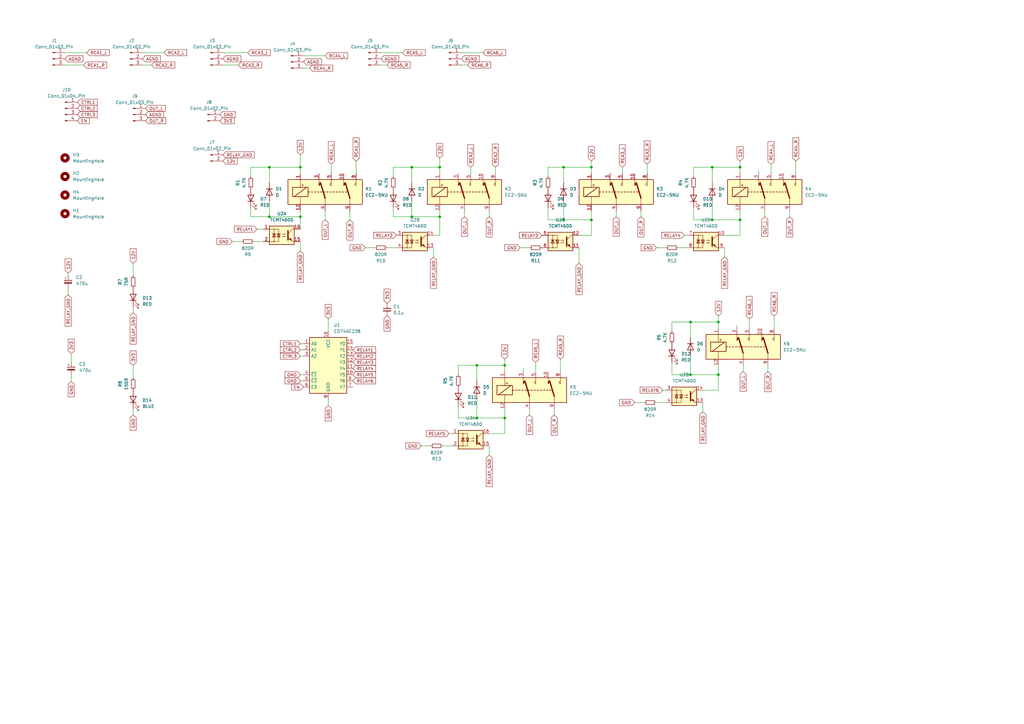
<source format=kicad_sch>
(kicad_sch (version 20231120) (generator "eeschema") (generator_version "8.0")
  (paper "A3")
  (lib_symbols
    (symbol "74xx:CD74AC238"
      (property "Reference" "U" (at -7.62 13.97 0))
      (property "Value" "CD74AC238" (at 2.54 -11.43 0))
      (symbol "CD74AC238_1_1"
        (pin input line (at -10.16 10.16 0) (length 2.54) (name "A0") (number "1"))
        (pin output line (at 10.16 -2.54 180) (length 2.54) (name "Y5") (number "10"))
        (pin output line (at 10.16 0 180) (length 2.54) (name "Y4") (number "11"))
        (pin output line (at 10.16 2.54 180) (length 2.54) (name "Y3") (number "12"))
        (pin output line (at 10.16 5.08 180) (length 2.54) (name "Y2") (number "13"))
        (pin output line (at 10.16 7.62 180) (length 2.54) (name "Y1") (number "14"))
        (pin output line (at 10.16 10.16 180) (length 2.54) (name "Y0") (number "15"))
        (pin power_in line (at 0 15.24 270) (length 2.54) (name "VCC") (number "16"))
        (pin input line (at -10.16 7.62 0) (length 2.54) (name "A1") (number "2"))
        (pin input line (at -10.16 5.08 0) (length 2.54) (name "A2") (number "3"))
        (pin input line (at -10.16 -2.54 0) (length 2.54) (name "~{E1}") (number "4"))
        (pin input line (at -10.16 -5.08 0) (length 2.54) (name "~{E2}") (number "5"))
        (pin input line (at -10.16 -7.62 0) (length 2.54) (name "E3") (number "6"))
        (pin output line (at 10.16 -7.62 180) (length 2.54) (name "Y7") (number "7"))
        (pin power_in line (at 0 -12.7 90) (length 2.54) (name "GND") (number "8"))
        (pin output line (at 10.16 -5.08 180) (length 2.54) (name "Y6") (number "9"))
      )
    )
    (symbol "Connector:Conn_01x02_Pin" (pin_names (offset 1.016) hide)
      (property "Reference" "J" (at 0 2.54 0))
      (property "Value" "Conn_01x02_Pin" (at 0 -5.08 0))
      (symbol "Conn_01x02_Pin_1_1"
        (pin passive line (at 5.08 0 180) (length 3.81) (name "Pin_1") (number "1"))
        (pin passive line (at 5.08 -2.54 180) (length 3.81) (name "Pin_2") (number "2"))
      )
    )
    (symbol "Connector:Conn_01x03_Pin" (pin_names (offset 1.016) hide)
      (property "Reference" "J" (at 0 5.08 0))
      (property "Value" "Conn_01x03_Pin" (at 0 -5.08 0))
      (symbol "Conn_01x03_Pin_1_1"
        (pin passive line (at 5.08 2.54 180) (length 3.81) (name "Pin_1") (number "1"))
        (pin passive line (at 5.08 0 180) (length 3.81) (name "Pin_2") (number "2"))
        (pin passive line (at 5.08 -2.54 180) (length 3.81) (name "Pin_3") (number "3"))
      )
    )
    (symbol "Connector:Conn_01x04_Pin" (pin_names (offset 1.016) hide)
      (property "Reference" "J" (at 0 5.08 0))
      (property "Value" "Conn_01x04_Pin" (at 0 -7.62 0))
      (symbol "Conn_01x04_Pin_1_1"
        (pin passive line (at 5.08 2.54 180) (length 3.81) (name "Pin_1") (number "1"))
        (pin passive line (at 5.08 0 180) (length 3.81) (name "Pin_2") (number "2"))
        (pin passive line (at 5.08 -2.54 180) (length 3.81) (name "Pin_3") (number "3"))
        (pin passive line (at 5.08 -5.08 180) (length 3.81) (name "Pin_4") (number "4"))
      )
    )
    (symbol "Device:C_Polarized_Small" (pin_numbers hide) (pin_names (offset 0.254) hide)
      (property "Reference" "C" (at 0.254 1.778 0))
      (property "Value" "C_Polarized_Small" (at 0.254 -2.032 0))
      (symbol "C_Polarized_Small_1_1"
        (pin passive line (at 0 2.54 270) (length 1.8542) (name "~") (number "1"))
        (pin passive line (at 0 -2.54 90) (length 1.8542) (name "~") (number "2"))
      )
    )
    (symbol "Device:C_Small" (pin_numbers hide) (pin_names (offset 0.254) hide)
      (property "Reference" "C" (at 0.254 1.778 0))
      (property "Value" "C_Small" (at 0.254 -2.032 0))
      (symbol "C_Small_1_1"
        (pin passive line (at 0 2.54 270) (length 2.032) (name "~") (number "1"))
        (pin passive line (at 0 -2.54 90) (length 2.032) (name "~") (number "2"))
      )
    )
    (symbol "Device:D" (pin_numbers hide) (pin_names (offset 1.016) hide)
      (property "Reference" "D" (at 0 2.54 0))
      (property "Value" "D" (at 0 -2.54 0))
      (symbol "D_1_1"
        (pin passive line (at -3.81 0 0) (length 2.54) (name "K") (number "1"))
        (pin passive line (at 3.81 0 180) (length 2.54) (name "A") (number "2"))
      )
    )
    (symbol "Device:LED" (pin_numbers hide) (pin_names (offset 1.016) hide)
      (property "Reference" "D" (at 0 2.54 0))
      (property "Value" "LED" (at 0 -2.54 0))
      (symbol "LED_1_1"
        (pin passive line (at -3.81 0 0) (length 2.54) (name "K") (number "1"))
        (pin passive line (at 3.81 0 180) (length 2.54) (name "A") (number "2"))
      )
    )
    (symbol "Device:R_Small" (pin_numbers hide) (pin_names (offset 0.254) hide)
      (property "Reference" "R" (at 0.762 0.508 0))
      (property "Value" "R_Small" (at 0.762 -1.016 0))
      (symbol "R_Small_1_1"
        (pin passive line (at 0 2.54 270) (length 0.762) (name "~") (number "1"))
        (pin passive line (at 0 -2.54 90) (length 0.762) (name "~") (number "2"))
      )
    )
    (symbol "Isolator:TCMT4600" (pin_names (offset 1.016))
      (property "Reference" "U" (at -5.08 5.08 0))
      (property "Value" "TCMT4600" (at 0 5.08 0))
      (symbol "TCMT4600_1_1"
        (pin passive line (at -7.62 2.54 0) (length 2.54) (name "~") (number "1"))
        (pin passive line (at 7.62 -2.54 180) (length 2.54) (name "~") (number "15"))
        (pin passive line (at 7.62 2.54 180) (length 2.54) (name "~") (number "16"))
        (pin passive line (at -7.62 -2.54 0) (length 2.54) (name "~") (number "2"))
      )
      (symbol "TCMT4600_2_1"
        (pin passive line (at 7.62 -2.54 180) (length 2.54) (name "~") (number "13"))
        (pin passive line (at 7.62 2.54 180) (length 2.54) (name "~") (number "14"))
        (pin passive line (at -7.62 2.54 0) (length 2.54) (name "~") (number "3"))
        (pin passive line (at -7.62 -2.54 0) (length 2.54) (name "~") (number "4"))
      )
      (symbol "TCMT4600_3_1"
        (pin passive line (at 7.62 -2.54 180) (length 2.54) (name "~") (number "11"))
        (pin passive line (at 7.62 2.54 180) (length 2.54) (name "~") (number "12"))
        (pin passive line (at -7.62 2.54 0) (length 2.54) (name "~") (number "5"))
        (pin passive line (at -7.62 -2.54 0) (length 2.54) (name "~") (number "6"))
      )
      (symbol "TCMT4600_4_1"
        (pin passive line (at 7.62 2.54 180) (length 2.54) (name "~") (number "10"))
        (pin passive line (at -7.62 2.54 0) (length 2.54) (name "~") (number "7"))
        (pin passive line (at -7.62 -2.54 0) (length 2.54) (name "~") (number "8"))
        (pin passive line (at 7.62 -2.54 180) (length 2.54) (name "~") (number "9"))
      )
    )
    (symbol "Mechanical:MountingHole" (pin_names (offset 1.016))
      (property "Reference" "H" (at 0 5.08 0))
      (property "Value" "MountingHole" (at 0 3.175 0))
    )
    (symbol "Relay:EC2-5NU"
      (property "Reference" "K" (at 15.24 8.89 0))
      (property "Value" "EC2-5NU" (at 19.05 6.35 0))
      (symbol "EC2-5NU_1_1"
        (text "+" (at -9.271 2.921 0) (effects (font (size 1.27 1.27))))
        (pin passive line (at -10.16 7.62 270) (length 2.54) (name "~") (number "1"))
        (pin passive line (at 7.62 7.62 270) (length 2.54) (name "~") (number "10"))
        (pin passive line (at -10.16 -7.62 90) (length 2.54) (name "~") (number "12"))
        (pin passive line (at -2.54 7.62 270) (length 2.54) (name "~") (number "3"))
        (pin passive line (at 0 -7.62 90) (length 2.54) (name "~") (number "4"))
        (pin passive line (at 2.54 7.62 270) (length 2.54) (name "~") (number "5"))
        (pin passive line (at 12.7 7.62 270) (length 2.54) (name "~") (number "8"))
        (pin passive line (at 10.16 -7.62 90) (length 2.54) (name "~") (number "9"))
      )
    )
  )
  (junction (at 123.19 68.58))
  (junction (at 195.58 171.45))
  (junction (at 283.21 132.08))
  (junction (at 180.34 68.58))
  (junction (at 303.53 90.17))
  (junction (at 168.91 88.9))
  (junction (at 231.14 68.58))
  (junction (at 168.91 68.58))
  (junction (at 242.57 90.17))
  (junction (at 303.53 68.58))
  (junction (at 292.1 90.17))
  (junction (at 292.1 68.58))
  (junction (at 180.34 88.9))
  (junction (at 294.64 153.67))
  (junction (at 283.21 153.67))
  (junction (at 242.57 68.58))
  (junction (at 195.58 149.86))
  (junction (at 123.19 88.9))
  (junction (at 294.64 132.08))
  (junction (at 207.01 171.45))
  (junction (at 110.49 88.9))
  (junction (at 231.14 90.17))
  (junction (at 207.01 149.86))
  (junction (at 110.49 68.58))
  (wire (pts (xy 124.46 27.94) (xy 127 27.94)))
  (wire (pts (xy 207.01 167.64) (xy 207.01 171.45)))
  (wire (pts (xy 102.87 85.09) (xy 102.87 88.9)))
  (wire (pts (xy 168.91 82.55) (xy 168.91 88.9)))
  (wire (pts (xy 123.19 146.05) (xy 124.46 146.05)))
  (wire (pts (xy 237.49 107.95) (xy 237.49 101.6)))
  (wire (pts (xy 314.96 152.4) (xy 314.96 149.86)))
  (wire (pts (xy 200.66 186.69) (xy 200.66 182.88)))
  (wire (pts (xy 217.17 170.18) (xy 217.17 167.64)))
  (wire (pts (xy 180.34 88.9) (xy 180.34 96.52)))
  (wire (pts (xy 156.21 26.67) (xy 158.75 26.67)))
  (wire (pts (xy 123.19 86.36) (xy 123.19 88.9)))
  (wire (pts (xy 110.49 82.55) (xy 110.49 88.9)))
  (wire (pts (xy 311.15 69.85) (xy 311.15 71.12)))
  (wire (pts (xy 294.64 129.54) (xy 294.64 132.08)))
  (wire (pts (xy 316.23 67.31) (xy 316.23 71.12)))
  (wire (pts (xy 195.58 171.45) (xy 207.01 171.45)))
  (wire (pts (xy 207.01 147.32) (xy 207.01 149.86)))
  (wire (pts (xy 195.58 171.45) (xy 187.96 171.45)))
  (wire (pts (xy 278.13 101.6) (xy 281.94 101.6)))
  (wire (pts (xy 303.53 68.58) (xy 303.53 71.12)))
  (wire (pts (xy 172.72 182.88) (xy 176.53 182.88)))
  (wire (pts (xy 269.24 165.1) (xy 273.05 165.1)))
  (wire (pts (xy 294.64 153.67) (xy 294.64 160.02)))
  (wire (pts (xy 229.87 147.32) (xy 229.87 152.4)))
  (wire (pts (xy 27.94 112.014) (xy 27.94 113.03)))
  (wire (pts (xy 181.61 182.88) (xy 185.42 182.88)))
  (wire (pts (xy 292.1 90.17) (xy 284.48 90.17)))
  (wire (pts (xy 214.63 151.13) (xy 214.63 152.4)))
  (wire (pts (xy 227.33 170.18) (xy 227.33 167.64)))
  (wire (pts (xy 161.29 85.09) (xy 161.29 88.9)))
  (wire (pts (xy 283.21 132.08) (xy 283.21 138.43)))
  (wire (pts (xy 149.86 101.6) (xy 153.67 101.6)))
  (wire (pts (xy 271.78 160.02) (xy 273.05 160.02)))
  (wire (pts (xy 224.79 90.17) (xy 231.14 90.17)))
  (wire (pts (xy 29.21 156.464) (xy 29.21 153.67)))
  (wire (pts (xy 54.61 170.18) (xy 54.61 167.64)))
  (wire (pts (xy 260.35 165.1) (xy 264.16 165.1)))
  (wire (pts (xy 91.44 26.67) (xy 97.79 26.67)))
  (wire (pts (xy 143.51 90.17) (xy 143.51 86.36)))
  (wire (pts (xy 195.58 149.86) (xy 187.96 149.86)))
  (wire (pts (xy 224.79 68.58) (xy 224.79 72.39)))
  (wire (pts (xy 110.49 88.9) (xy 123.19 88.9)))
  (wire (pts (xy 134.62 130.81) (xy 134.62 135.89)))
  (wire (pts (xy 123.19 102.87) (xy 123.19 99.06)))
  (wire (pts (xy 180.34 96.52) (xy 177.8 96.52)))
  (wire (pts (xy 146.05 66.04) (xy 146.05 71.12)))
  (wire (pts (xy 189.23 26.67) (xy 191.77 26.67)))
  (wire (pts (xy 58.42 21.59) (xy 67.31 21.59)))
  (wire (pts (xy 95.25 99.06) (xy 99.06 99.06)))
  (wire (pts (xy 292.1 68.58) (xy 284.48 68.58)))
  (wire (pts (xy 102.87 68.58) (xy 102.87 72.39)))
  (wire (pts (xy 123.19 63.5) (xy 123.19 68.58)))
  (wire (pts (xy 207.01 149.86) (xy 195.58 149.86)))
  (wire (pts (xy 242.57 68.58) (xy 231.14 68.58)))
  (wire (pts (xy 304.8 152.4) (xy 304.8 149.86)))
  (wire (pts (xy 303.53 96.52) (xy 297.18 96.52)))
  (wire (pts (xy 91.44 21.59) (xy 101.6 21.59)))
  (wire (pts (xy 193.04 68.58) (xy 193.04 71.12)))
  (wire (pts (xy 242.57 68.58) (xy 242.57 71.12)))
  (wire (pts (xy 123.19 88.9) (xy 123.19 93.98)))
  (wire (pts (xy 29.21 145.034) (xy 29.21 148.59)))
  (wire (pts (xy 123.19 153.67) (xy 124.46 153.67)))
  (wire (pts (xy 168.91 68.58) (xy 168.91 74.93)))
  (wire (pts (xy 135.89 67.31) (xy 135.89 71.12)))
  (wire (pts (xy 180.34 64.77) (xy 180.34 68.58)))
  (wire (pts (xy 161.29 68.58) (xy 161.29 72.39)))
  (wire (pts (xy 269.24 101.6) (xy 273.05 101.6)))
  (wire (pts (xy 283.21 153.67) (xy 294.64 153.67)))
  (wire (pts (xy 262.89 88.9) (xy 262.89 86.36)))
  (wire (pts (xy 242.57 96.52) (xy 237.49 96.52)))
  (wire (pts (xy 54.61 149.86) (xy 54.61 154.94)))
  (wire (pts (xy 292.1 82.55) (xy 292.1 90.17)))
  (wire (pts (xy 313.69 88.9) (xy 313.69 86.36)))
  (wire (pts (xy 323.85 88.9) (xy 323.85 86.36)))
  (wire (pts (xy 231.14 82.55) (xy 231.14 90.17)))
  (wire (pts (xy 200.66 88.9) (xy 200.66 86.36)))
  (wire (pts (xy 180.34 68.58) (xy 168.91 68.58)))
  (wire (pts (xy 303.53 68.58) (xy 292.1 68.58)))
  (wire (pts (xy 224.79 85.09) (xy 224.79 90.17)))
  (wire (pts (xy 110.49 68.58) (xy 123.19 68.58)))
  (wire (pts (xy 292.1 68.58) (xy 292.1 74.93)))
  (wire (pts (xy 195.58 149.86) (xy 195.58 156.21)))
  (wire (pts (xy 26.67 21.59) (xy 35.56 21.59)))
  (wire (pts (xy 207.01 171.45) (xy 207.01 177.8)))
  (wire (pts (xy 294.64 132.08) (xy 283.21 132.08)))
  (wire (pts (xy 283.21 146.05) (xy 283.21 153.67)))
  (wire (pts (xy 184.15 177.8) (xy 185.42 177.8)))
  (wire (pts (xy 326.39 66.04) (xy 326.39 71.12)))
  (wire (pts (xy 231.14 68.58) (xy 231.14 74.93)))
  (wire (pts (xy 168.91 88.9) (xy 180.34 88.9)))
  (wire (pts (xy 203.2 68.58) (xy 203.2 71.12)))
  (wire (pts (xy 158.75 101.6) (xy 162.56 101.6)))
  (wire (pts (xy 207.01 149.86) (xy 207.01 152.4)))
  (wire (pts (xy 124.46 22.86) (xy 133.35 22.86)))
  (wire (pts (xy 284.48 85.09) (xy 284.48 90.17)))
  (wire (pts (xy 307.34 130.81) (xy 307.34 134.62)))
  (wire (pts (xy 213.36 101.6) (xy 217.17 101.6)))
  (wire (pts (xy 189.23 21.59) (xy 198.12 21.59)))
  (wire (pts (xy 123.19 140.97) (xy 124.46 140.97)))
  (wire (pts (xy 110.49 68.58) (xy 102.87 68.58)))
  (wire (pts (xy 242.57 90.17) (xy 242.57 96.52)))
  (wire (pts (xy 180.34 86.36) (xy 180.34 88.9)))
  (wire (pts (xy 207.01 177.8) (xy 200.66 177.8)))
  (wire (pts (xy 123.19 143.51) (xy 124.46 143.51)))
  (wire (pts (xy 297.18 105.41) (xy 297.18 101.6)))
  (wire (pts (xy 177.8 105.41) (xy 177.8 101.6)))
  (wire (pts (xy 156.21 21.59) (xy 165.1 21.59)))
  (wire (pts (xy 255.27 68.58) (xy 255.27 71.12)))
  (wire (pts (xy 252.73 88.9) (xy 252.73 86.36)))
  (wire (pts (xy 187.96 166.37) (xy 187.96 171.45)))
  (wire (pts (xy 133.35 90.17) (xy 133.35 86.36)))
  (wire (pts (xy 275.59 148.59) (xy 275.59 153.67)))
  (wire (pts (xy 288.29 168.91) (xy 288.29 165.1)))
  (wire (pts (xy 54.61 128.27) (xy 54.61 125.73)))
  (wire (pts (xy 102.87 88.9) (xy 110.49 88.9)))
  (wire (pts (xy 231.14 68.58) (xy 224.79 68.58)))
  (wire (pts (xy 242.57 86.36) (xy 242.57 90.17)))
  (wire (pts (xy 292.1 90.17) (xy 303.53 90.17)))
  (wire (pts (xy 219.71 148.59) (xy 219.71 152.4)))
  (wire (pts (xy 302.26 133.35) (xy 302.26 134.62)))
  (wire (pts (xy 26.67 26.67) (xy 34.29 26.67)))
  (wire (pts (xy 190.5 88.9) (xy 190.5 86.36)))
  (wire (pts (xy 283.21 132.08) (xy 275.59 132.08)))
  (wire (pts (xy 58.42 26.67) (xy 62.23 26.67)))
  (wire (pts (xy 265.43 67.31) (xy 265.43 71.12)))
  (wire (pts (xy 195.58 163.83) (xy 195.58 171.45)))
  (wire (pts (xy 317.5 129.54) (xy 317.5 134.62)))
  (wire (pts (xy 280.67 96.52) (xy 281.94 96.52)))
  (wire (pts (xy 54.61 107.95) (xy 54.61 113.03)))
  (wire (pts (xy 27.94 120.904) (xy 27.94 118.11)))
  (wire (pts (xy 294.64 132.08) (xy 294.64 134.62)))
  (wire (pts (xy 168.91 68.58) (xy 161.29 68.58)))
  (wire (pts (xy 242.57 66.04) (xy 242.57 68.58)))
  (wire (pts (xy 180.34 68.58) (xy 180.34 71.12)))
  (wire (pts (xy 187.96 149.86) (xy 187.96 153.67)))
  (wire (pts (xy 104.14 99.06) (xy 107.95 99.06)))
  (wire (pts (xy 105.41 93.98) (xy 107.95 93.98)))
  (wire (pts (xy 123.19 156.21) (xy 124.46 156.21)))
  (wire (pts (xy 284.48 68.58) (xy 284.48 72.39)))
  (wire (pts (xy 303.53 66.04) (xy 303.53 68.58)))
  (wire (pts (xy 303.53 90.17) (xy 303.53 96.52)))
  (wire (pts (xy 303.53 86.36) (xy 303.53 90.17)))
  (wire (pts (xy 275.59 132.08) (xy 275.59 135.89)))
  (wire (pts (xy 123.19 68.58) (xy 123.19 71.12)))
  (wire (pts (xy 134.62 166.37) (xy 134.62 163.83)))
  (wire (pts (xy 294.64 149.86) (xy 294.64 153.67)))
  (wire (pts (xy 110.49 74.93) (xy 110.49 68.58)))
  (wire (pts (xy 283.21 153.67) (xy 275.59 153.67)))
  (wire (pts (xy 294.64 160.02) (xy 288.29 160.02)))
  (wire (pts (xy 231.14 90.17) (xy 242.57 90.17)))
  (wire (pts (xy 161.29 88.9) (xy 168.91 88.9)))
  (global_label "RELAY1" (shape input) (at 144.78 143.51 0) (property "Intersheetrefs" "${INTERSHEET_REFS}" (effects (hide yes))))
  (global_label "OUT_R" (shape input) (at 262.89 88.9 270) (property "Intersheetrefs" "${INTERSHEET_REFS}" (effects (hide yes))))
  (global_label "RELAY5" (shape input) (at 184.15 177.8 180) (property "Intersheetrefs" "${INTERSHEET_REFS}" (effects (hide yes))))
  (global_label "RCA1_L" (shape input) (at 135.89 67.31 90) (property "Intersheetrefs" "${INTERSHEET_REFS}" (effects (hide yes))))
  (global_label "GND" (shape input) (at 149.86 101.6 180) (property "Intersheetrefs" "${INTERSHEET_REFS}" (effects (hide yes))))
  (global_label "RELAY_GND" (shape input) (at 200.66 186.69 270) (property "Intersheetrefs" "${INTERSHEET_REFS}" (effects (hide yes))))
  (global_label "RELAY_GND" (shape input) (at 54.61 128.27 270) (property "Intersheetrefs" "${INTERSHEET_REFS}" (effects (hide yes))))
  (global_label "3V3" (shape input) (at 134.62 130.81 90) (property "Intersheetrefs" "${INTERSHEET_REFS}" (effects (hide yes))))
  (global_label "CTRL2" (shape input) (at 123.19 143.51 180) (property "Intersheetrefs" "${INTERSHEET_REFS}" (effects (hide yes))))
  (global_label "GND" (shape input) (at 123.19 153.67 180) (property "Intersheetrefs" "${INTERSHEET_REFS}" (effects (hide yes))))
  (global_label "RCA2_L" (shape input) (at 67.31 21.59 0) (property "Intersheetrefs" "${INTERSHEET_REFS}" (effects (hide yes))))
  (global_label "RELAY2" (shape input) (at 144.78 146.05 0) (property "Intersheetrefs" "${INTERSHEET_REFS}" (effects (hide yes))))
  (global_label "GND" (shape input) (at 269.24 101.6 180) (property "Intersheetrefs" "${INTERSHEET_REFS}" (effects (hide yes))))
  (global_label "12V" (shape input) (at 303.53 66.04 90) (property "Intersheetrefs" "${INTERSHEET_REFS}" (effects (hide yes))))
  (global_label "RELAY3" (shape input) (at 144.78 148.59 0) (property "Intersheetrefs" "${INTERSHEET_REFS}" (effects (hide yes))))
  (global_label "12V" (shape input) (at 91.44 66.04 0) (property "Intersheetrefs" "${INTERSHEET_REFS}" (effects (hide yes))))
  (global_label "GND" (shape input) (at 213.36 101.6 180) (property "Intersheetrefs" "${INTERSHEET_REFS}" (effects (hide yes))))
  (global_label "CTRL3" (shape input) (at 31.75 46.99 0) (property "Intersheetrefs" "${INTERSHEET_REFS}" (effects (hide yes))))
  (global_label "RCA3_R" (shape input) (at 97.79 26.67 0) (property "Intersheetrefs" "${INTERSHEET_REFS}" (effects (hide yes))))
  (global_label "RELAY4" (shape input) (at 144.78 151.13 0) (property "Intersheetrefs" "${INTERSHEET_REFS}" (effects (hide yes))))
  (global_label "RCA3_L" (shape input) (at 101.6 21.59 0) (property "Intersheetrefs" "${INTERSHEET_REFS}" (effects (hide yes))))
  (global_label "OUT_R" (shape input) (at 59.69 49.53 0) (property "Intersheetrefs" "${INTERSHEET_REFS}" (effects (hide yes))))
  (global_label "RELAY6" (shape input) (at 271.78 160.02 180) (property "Intersheetrefs" "${INTERSHEET_REFS}" (effects (hide yes))))
  (global_label "12V" (shape input) (at 27.94 112.014 90) (property "Intersheetrefs" "${INTERSHEET_REFS}" (effects (hide yes))))
  (global_label "GND" (shape input) (at 29.21 156.464 270) (property "Intersheetrefs" "${INTERSHEET_REFS}" (effects (hide yes))))
  (global_label "RELAY_GND" (shape input) (at 91.44 63.5 0) (property "Intersheetrefs" "${INTERSHEET_REFS}" (effects (hide yes))))
  (global_label "RELAY1" (shape input) (at 105.41 93.98 180) (property "Intersheetrefs" "${INTERSHEET_REFS}" (effects (hide yes))))
  (global_label "12V" (shape input) (at 180.34 64.77 90) (property "Intersheetrefs" "${INTERSHEET_REFS}" (effects (hide yes))))
  (global_label "GND" (shape input) (at 134.62 166.37 270) (property "Intersheetrefs" "${INTERSHEET_REFS}" (effects (hide yes))))
  (global_label "OUT_R" (shape input) (at 323.85 88.9 270) (property "Intersheetrefs" "${INTERSHEET_REFS}" (effects (hide yes))))
  (global_label "RELAY_GND" (shape input) (at 27.94 120.904 270) (property "Intersheetrefs" "${INTERSHEET_REFS}" (effects (hide yes))))
  (global_label "12V" (shape input) (at 123.19 63.5 90) (property "Intersheetrefs" "${INTERSHEET_REFS}" (effects (hide yes))))
  (global_label "EN" (shape input) (at 124.46 158.75 180) (property "Intersheetrefs" "${INTERSHEET_REFS}" (effects (hide yes))))
  (global_label "GND" (shape input) (at 95.25 99.06 180) (property "Intersheetrefs" "${INTERSHEET_REFS}" (effects (hide yes))))
  (global_label "12V" (shape input) (at 207.01 147.32 90) (property "Intersheetrefs" "${INTERSHEET_REFS}" (effects (hide yes))))
  (global_label "OUT_R" (shape input) (at 200.66 88.9 270) (property "Intersheetrefs" "${INTERSHEET_REFS}" (effects (hide yes))))
  (global_label "RELAY2" (shape input) (at 162.56 96.52 180) (property "Intersheetrefs" "${INTERSHEET_REFS}" (effects (hide yes))))
  (global_label "RCA2_R" (shape input) (at 203.2 68.58 90) (property "Intersheetrefs" "${INTERSHEET_REFS}" (effects (hide yes))))
  (global_label "RCA2_L" (shape input) (at 193.04 68.58 90) (property "Intersheetrefs" "${INTERSHEET_REFS}" (effects (hide yes))))
  (global_label "RCA4_R" (shape input) (at 127 27.94 0) (property "Intersheetrefs" "${INTERSHEET_REFS}" (effects (hide yes))))
  (global_label "RELAY_GND" (shape input) (at 288.29 168.91 270) (property "Intersheetrefs" "${INTERSHEET_REFS}" (effects (hide yes))))
  (global_label "RCA5_L" (shape input) (at 165.1 21.59 0) (property "Intersheetrefs" "${INTERSHEET_REFS}" (effects (hide yes))))
  (global_label "AGND" (shape input) (at 26.67 24.13 0) (property "Intersheetrefs" "${INTERSHEET_REFS}" (effects (hide yes))))
  (global_label "CTRL2" (shape input) (at 31.75 44.45 0) (property "Intersheetrefs" "${INTERSHEET_REFS}" (effects (hide yes))))
  (global_label "RCA6_R" (shape input) (at 191.77 26.67 0) (property "Intersheetrefs" "${INTERSHEET_REFS}" (effects (hide yes))))
  (global_label "OUT_R" (shape input) (at 314.96 152.4 270) (property "Intersheetrefs" "${INTERSHEET_REFS}" (effects (hide yes))))
  (global_label "RCA4_L" (shape input) (at 133.35 22.86 0) (property "Intersheetrefs" "${INTERSHEET_REFS}" (effects (hide yes))))
  (global_label "RCA1_R" (shape input) (at 34.29 26.67 0) (property "Intersheetrefs" "${INTERSHEET_REFS}" (effects (hide yes))))
  (global_label "RELAY4" (shape input) (at 280.67 96.52 180) (property "Intersheetrefs" "${INTERSHEET_REFS}" (effects (hide yes))))
  (global_label "3V3" (shape input) (at 29.21 145.034 90) (property "Intersheetrefs" "${INTERSHEET_REFS}" (effects (hide yes))))
  (global_label "GND" (shape input) (at 123.19 156.21 180) (property "Intersheetrefs" "${INTERSHEET_REFS}" (effects (hide yes))))
  (global_label "AGND" (shape input) (at 124.46 25.4 0) (property "Intersheetrefs" "${INTERSHEET_REFS}" (effects (hide yes))))
  (global_label "GND" (shape input) (at 54.61 170.18 270) (property "Intersheetrefs" "${INTERSHEET_REFS}" (effects (hide yes))))
  (global_label "RELAY_GND" (shape input) (at 237.49 107.95 270) (property "Intersheetrefs" "${INTERSHEET_REFS}" (effects (hide yes))))
  (global_label "RCA1_L" (shape input) (at 35.56 21.59 0) (property "Intersheetrefs" "${INTERSHEET_REFS}" (effects (hide yes))))
  (global_label "AGND" (shape input) (at 58.42 24.13 0) (property "Intersheetrefs" "${INTERSHEET_REFS}" (effects (hide yes))))
  (global_label "RCA5_L" (shape input) (at 219.71 148.59 90) (property "Intersheetrefs" "${INTERSHEET_REFS}" (effects (hide yes))))
  (global_label "GND" (shape input) (at 158.75 129.54 270) (property "Intersheetrefs" "${INTERSHEET_REFS}" (effects (hide yes))))
  (global_label "OUT_L" (shape input) (at 190.5 88.9 270) (property "Intersheetrefs" "${INTERSHEET_REFS}" (effects (hide yes))))
  (global_label "OUT_L" (shape input) (at 304.8 152.4 270) (property "Intersheetrefs" "${INTERSHEET_REFS}" (effects (hide yes))))
  (global_label "RCA6_L" (shape input) (at 198.12 21.59 0) (property "Intersheetrefs" "${INTERSHEET_REFS}" (effects (hide yes))))
  (global_label "RCA6_L" (shape input) (at 307.34 130.81 90) (property "Intersheetrefs" "${INTERSHEET_REFS}" (effects (hide yes))))
  (global_label "OUT_L" (shape input) (at 59.69 44.45 0) (property "Intersheetrefs" "${INTERSHEET_REFS}" (effects (hide yes))))
  (global_label "RCA3_L" (shape input) (at 255.27 68.58 90) (property "Intersheetrefs" "${INTERSHEET_REFS}" (effects (hide yes))))
  (global_label "12V" (shape input) (at 54.61 107.95 90) (property "Intersheetrefs" "${INTERSHEET_REFS}" (effects (hide yes))))
  (global_label "OUT_R" (shape input) (at 143.51 90.17 270) (property "Intersheetrefs" "${INTERSHEET_REFS}" (effects (hide yes))))
  (global_label "OUT_L" (shape input) (at 313.69 88.9 270) (property "Intersheetrefs" "${INTERSHEET_REFS}" (effects (hide yes))))
  (global_label "3V3" (shape input) (at 158.75 124.46 90) (property "Intersheetrefs" "${INTERSHEET_REFS}" (effects (hide yes))))
  (global_label "RCA4_R" (shape input) (at 326.39 66.04 90) (property "Intersheetrefs" "${INTERSHEET_REFS}" (effects (hide yes))))
  (global_label "RCA6_R" (shape input) (at 317.5 129.54 90) (property "Intersheetrefs" "${INTERSHEET_REFS}" (effects (hide yes))))
  (global_label "RELAY6" (shape input) (at 144.78 156.21 0) (property "Intersheetrefs" "${INTERSHEET_REFS}" (effects (hide yes))))
  (global_label "RCA2_R" (shape input) (at 62.23 26.67 0) (property "Intersheetrefs" "${INTERSHEET_REFS}" (effects (hide yes))))
  (global_label "RCA5_R" (shape input) (at 158.75 26.67 0) (property "Intersheetrefs" "${INTERSHEET_REFS}" (effects (hide yes))))
  (global_label "EN" (shape input) (at 31.75 49.53 0) (property "Intersheetrefs" "${INTERSHEET_REFS}" (effects (hide yes))))
  (global_label "AGND" (shape input) (at 156.21 24.13 0) (property "Intersheetrefs" "${INTERSHEET_REFS}" (effects (hide yes))))
  (global_label "3V3" (shape input) (at 54.61 149.86 90) (property "Intersheetrefs" "${INTERSHEET_REFS}" (effects (hide yes))))
  (global_label "RCA4_L" (shape input) (at 316.23 67.31 90) (property "Intersheetrefs" "${INTERSHEET_REFS}" (effects (hide yes))))
  (global_label "AGND" (shape input) (at 59.69 46.99 0) (property "Intersheetrefs" "${INTERSHEET_REFS}" (effects (hide yes))))
  (global_label "RCA5_R" (shape input) (at 229.87 147.32 90) (property "Intersheetrefs" "${INTERSHEET_REFS}" (effects (hide yes))))
  (global_label "RCA3_R" (shape input) (at 265.43 67.31 90) (property "Intersheetrefs" "${INTERSHEET_REFS}" (effects (hide yes))))
  (global_label "CTRL3" (shape input) (at 123.19 146.05 180) (property "Intersheetrefs" "${INTERSHEET_REFS}" (effects (hide yes))))
  (global_label "RELAY_GND" (shape input) (at 177.8 105.41 270) (property "Intersheetrefs" "${INTERSHEET_REFS}" (effects (hide yes))))
  (global_label "RELAY_GND" (shape input) (at 297.18 105.41 270) (property "Intersheetrefs" "${INTERSHEET_REFS}" (effects (hide yes))))
  (global_label "3V3" (shape input) (at 90.17 49.53 0) (property "Intersheetrefs" "${INTERSHEET_REFS}" (effects (hide yes))))
  (global_label "OUT_L" (shape input) (at 217.17 170.18 270) (property "Intersheetrefs" "${INTERSHEET_REFS}" (effects (hide yes))))
  (global_label "AGND" (shape input) (at 91.44 24.13 0) (property "Intersheetrefs" "${INTERSHEET_REFS}" (effects (hide yes))))
  (global_label "OUT_L" (shape input) (at 133.35 90.17 270) (property "Intersheetrefs" "${INTERSHEET_REFS}" (effects (hide yes))))
  (global_label "CTRL1" (shape input) (at 31.75 41.91 0) (property "Intersheetrefs" "${INTERSHEET_REFS}" (effects (hide yes))))
  (global_label "GND" (shape input) (at 260.35 165.1 180) (property "Intersheetrefs" "${INTERSHEET_REFS}" (effects (hide yes))))
  (global_label "AGND" (shape input) (at 189.23 24.13 0) (property "Intersheetrefs" "${INTERSHEET_REFS}" (effects (hide yes))))
  (global_label "OUT_L" (shape input) (at 252.73 88.9 270) (property "Intersheetrefs" "${INTERSHEET_REFS}" (effects (hide yes))))
  (global_label "GND" (shape input) (at 172.72 182.88 180) (property "Intersheetrefs" "${INTERSHEET_REFS}" (effects (hide yes))))
  (global_label "12V" (shape input) (at 242.57 66.04 90) (property "Intersheetrefs" "${INTERSHEET_REFS}" (effects (hide yes))))
  (global_label "CTRL1" (shape input) (at 123.19 140.97 180) (property "Intersheetrefs" "${INTERSHEET_REFS}" (effects (hide yes))))
  (global_label "GND" (shape input) (at 90.17 46.99 0) (property "Intersheetrefs" "${INTERSHEET_REFS}" (effects (hide yes))))
  (global_label "RELAY3" (shape input) (at 222.25 96.52 180) (property "Intersheetrefs" "${INTERSHEET_REFS}" (effects (hide yes))))
  (global_label "12V" (shape input) (at 294.64 129.54 90) (property "Intersheetrefs" "${INTERSHEET_REFS}" (effects (hide yes))))
  (global_label "OUT_R" (shape input) (at 227.33 170.18 270) (property "Intersheetrefs" "${INTERSHEET_REFS}" (effects (hide yes))))
  (global_label "RELAY_GND" (shape input) (at 123.19 102.87 270) (property "Intersheetrefs" "${INTERSHEET_REFS}" (effects (hide yes))))
  (global_label "RCA1_R" (shape input) (at 146.05 66.04 90) (property "Intersheetrefs" "${INTERSHEET_REFS}" (effects (hide yes))))
  (global_label "RELAY5" (shape input) (at 144.78 153.67 0) (property "Intersheetrefs" "${INTERSHEET_REFS}" (effects (hide yes))))
  (symbol (lib_id "Relay:EC2-5NU") (at 313.69 78.74 0) (unit 1)
    (property "Reference" "K4" (at 330.2 77.4699 0) (effects (justify left)))
    (property "Value" "EC2-5NU" (at 330.2 80.0099 0) (effects (justify left)))
    (property "Footprint" "Custom:KEMET EA2" (effects (hide yes)))
    (property "Datasheet" "https://content.kemet.com/datasheets/KEM_R7002_EC2_EE2.pdf" (effects (hide yes)))
    (property "Description" "General purpose signal relay, Kemet EC2 Series, DPDT (2 Form C), non-latching, through hole, 60W/125VA, 220VDC/250VAC, 2A, 5V DC coil" (effects (hide yes)))
    (property "Mouser" "80-EA2-12NU " (effects (hide yes)))
  )
  (symbol (lib_id "Device:R_Small") (at 187.96 156.21 180) (unit 1)
    (property "Reference" "R5" (at 182.626 156.21 90))
    (property "Value" "4.7K" (at 185.166 156.21 90))
    (property "Footprint" "Resistor_SMD:R_0603_1608Metric_Pad0.98x0.95mm_HandSolder" (effects (hide yes)))
  )
  (symbol (lib_id "Connector:Conn_01x02_Pin") (at 86.36 63.5 0) (unit 1)
    (property "Reference" "J7" (at 86.995 58.42 0))
    (property "Value" "Conn_01x02_Pin" (at 86.995 60.96 0))
    (property "Footprint" "Connector_JST:JST_PH_B2B-PH-K_1x02_P2.00mm_Vertical" (effects (hide yes)))
    (property "Description" "Generic connector, single row, 01x02, script generated" (effects (hide yes)))
  )
  (symbol (lib_id "Device:R_Small") (at 101.6 99.06 270) (unit 1)
    (property "Reference" "R9" (at 101.6 104.394 90))
    (property "Value" "820R" (at 101.6 101.854 90))
    (property "Footprint" "Resistor_SMD:R_0603_1608Metric_Pad0.98x0.95mm_HandSolder" (effects (hide yes)))
    (property "Mouser" "603-AC0603JR-07820RL" (effects (hide yes)))
  )
  (symbol (lib_id "Relay:EC2-5NU") (at 252.73 78.74 0) (unit 1)
    (property "Reference" "K3" (at 269.24 77.4699 0) (effects (justify left)))
    (property "Value" "EC2-5NU" (at 269.24 80.0099 0) (effects (justify left)))
    (property "Footprint" "Custom:KEMET EA2" (effects (hide yes)))
    (property "Datasheet" "https://content.kemet.com/datasheets/KEM_R7002_EC2_EE2.pdf" (effects (hide yes)))
    (property "Description" "General purpose signal relay, Kemet EC2 Series, DPDT (2 Form C), non-latching, through hole, 60W/125VA, 220VDC/250VAC, 2A, 5V DC coil" (effects (hide yes)))
    (property "Mouser" "80-EA2-12NU " (effects (hide yes)))
  )
  (symbol (lib_id "Relay:EC2-5NU") (at 133.35 78.74 0) (unit 1)
    (property "Reference" "K1" (at 149.86 77.4699 0) (effects (justify left)))
    (property "Value" "EC2-5NU" (at 149.86 80.0099 0) (effects (justify left)))
    (property "Footprint" "Custom:KEMET EA2" (effects (hide yes)))
    (property "Datasheet" "https://content.kemet.com/datasheets/KEM_R7002_EC2_EE2.pdf" (effects (hide yes)))
    (property "Description" "General purpose signal relay, Kemet EC2 Series, DPDT (2 Form C), non-latching, through hole, 60W/125VA, 220VDC/250VAC, 2A, 5V DC coil" (effects (hide yes)))
    (property "Mouser" "80-EA2-12NU " (effects (hide yes)))
  )
  (symbol (lib_id "Device:LED") (at 224.79 81.28 90) (unit 1)
    (property "Reference" "D9" (at 228.6 81.5974 90) (effects (justify right)))
    (property "Value" "RED" (at 228.6 84.1374 90) (effects (justify right)))
    (property "Footprint" "LED_SMD:LED_0603_1608Metric" (effects (hide yes)))
    (property "Description" "Light emitting diode" (effects (hide yes)))
  )
  (symbol (lib_id "Device:LED") (at 102.87 81.28 90) (unit 1)
    (property "Reference" "D7" (at 106.68 81.5974 90) (effects (justify right)))
    (property "Value" "RED" (at 106.68 84.1374 90) (effects (justify right)))
    (property "Footprint" "LED_SMD:LED_0603_1608Metric" (effects (hide yes)))
    (property "Description" "Light emitting diode" (effects (hide yes)))
  )
  (symbol (lib_id "Device:R_Small") (at 102.87 74.93 180) (unit 1)
    (property "Reference" "R1" (at 97.536 74.93 90))
    (property "Value" "4.7K" (at 100.076 74.93 90))
    (property "Footprint" "Resistor_SMD:R_0603_1608Metric_Pad0.98x0.95mm_HandSolder" (effects (hide yes)))
  )
  (symbol (lib_id "Connector:Conn_01x03_Pin") (at 151.13 24.13 0) (unit 1)
    (property "Reference" "J5" (at 151.765 16.637 0))
    (property "Value" "Conn_01x03_Pin" (at 151.765 19.177 0))
    (property "Footprint" "Connector_JST:JST_PH_B3B-PH-K_1x03_P2.00mm_Vertical" (effects (hide yes)))
  )
  (symbol (lib_id "Connector:Conn_01x03_Pin") (at 21.59 24.13 0) (unit 1)
    (property "Reference" "J1" (at 22.225 16.637 0))
    (property "Value" "Conn_01x03_Pin" (at 22.225 19.177 0))
    (property "Footprint" "Connector_JST:JST_PH_B3B-PH-K_1x03_P2.00mm_Vertical" (effects (hide yes)))
  )
  (symbol (lib_id "Device:LED") (at 161.29 81.28 90) (unit 1)
    (property "Reference" "D8" (at 165.1 81.5974 90) (effects (justify right)))
    (property "Value" "RED" (at 165.1 84.1374 90) (effects (justify right)))
    (property "Footprint" "LED_SMD:LED_0603_1608Metric" (effects (hide yes)))
    (property "Description" "Light emitting diode" (effects (hide yes)))
  )
  (symbol (lib_id "Relay:EC2-5NU") (at 190.5 78.74 0) (unit 1)
    (property "Reference" "K2" (at 207.01 77.4699 0) (effects (justify left)))
    (property "Value" "EC2-5NU" (at 207.01 80.0099 0) (effects (justify left)))
    (property "Footprint" "Custom:KEMET EA2" (effects (hide yes)))
    (property "Datasheet" "https://content.kemet.com/datasheets/KEM_R7002_EC2_EE2.pdf" (effects (hide yes)))
    (property "Description" "General purpose signal relay, Kemet EC2 Series, DPDT (2 Form C), non-latching, through hole, 60W/125VA, 220VDC/250VAC, 2A, 5V DC coil" (effects (hide yes)))
    (property "Mouser" "80-EA2-12NU " (effects (hide yes)))
  )
  (symbol (lib_id "Device:LED") (at 187.96 162.56 90) (unit 1)
    (property "Reference" "D11" (at 191.77 162.8774 90) (effects (justify right)))
    (property "Value" "RED" (at 191.77 165.4174 90) (effects (justify right)))
    (property "Footprint" "LED_SMD:LED_0603_1608Metric" (effects (hide yes)))
    (property "Description" "Light emitting diode" (effects (hide yes)))
  )
  (symbol (lib_id "Device:D") (at 110.49 78.74 270) (unit 1)
    (property "Reference" "D1" (at 113.03 77.4699 90) (effects (justify left)))
    (property "Value" "D" (at 113.03 80.0099 90) (effects (justify left)))
    (property "Footprint" "Diode_SMD:D_SMA" (effects (hide yes)))
    (property "Description" "Diode" (effects (hide yes)))
    (property "Sim.Device" "D" (effects (hide yes)))
    (property "Sim.Pins" "1=K 2=A" (effects (hide yes)))
    (property "Mouser" "863-NRVA4005T3G" (effects (hide yes)))
  )
  (symbol (lib_id "Isolator:TCMT4600") (at 280.67 162.56 0) (unit 2)
    (property "Reference" "U3" (at 280.67 153.67 0))
    (property "Value" "TCMT4600" (at 280.67 156.21 0))
    (property "Footprint" "Package_SO:SOP-16_4.55x10.3mm_P1.27mm" (effects (hide yes)))
    (property "Datasheet" "http://www.vishay.com/docs/83512/tcmt1600.pdf" (effects (hide yes)))
    (property "Description" "Quad AC/DC Phototransistor Optocoupler, Vce 70V, CTR 80-300%, SOP16" (effects (hide yes)))
    (property "Mouser" "782-TCMT4600 " (effects (hide yes)))
  )
  (symbol (lib_id "Device:LED") (at 54.61 163.83 90) (unit 1)
    (property "Reference" "D14" (at 58.42 164.1474 90) (effects (justify right)))
    (property "Value" "BLUE" (at 58.42 166.6874 90) (effects (justify right)))
    (property "Footprint" "LED_SMD:LED_0603_1608Metric" (effects (hide yes)))
    (property "Description" "Light emitting diode" (effects (hide yes)))
  )
  (symbol (lib_id "Device:C_Polarized_Small") (at 29.21 151.13 0) (unit 1)
    (property "Reference" "C3" (at 32.385 149.3139 0) (effects (justify left)))
    (property "Value" "470u" (at 32.385 151.8539 0) (effects (justify left)))
    (property "Footprint" "Capacitor_THT:CP_Radial_D6.3mm_P2.50mm" (effects (hide yes)))
  )
  (symbol (lib_id "Mechanical:MountingHole") (at 26.67 80.01 0) (unit 1)
    (property "Reference" "H4" (at 29.845 78.7399 0) (effects (justify left)))
    (property "Value" "MountingHole" (at 29.845 81.2799 0) (effects (justify left)))
    (property "Footprint" "MountingHole:MountingHole_3.2mm_M3_DIN965_Pad_TopOnly" (effects (hide yes)))
  )
  (symbol (lib_id "Device:D") (at 292.1 78.74 270) (unit 1)
    (property "Reference" "D4" (at 294.64 77.4699 90) (effects (justify left)))
    (property "Value" "D" (at 294.64 80.0099 90) (effects (justify left)))
    (property "Footprint" "Diode_SMD:D_SMA" (effects (hide yes)))
    (property "Description" "Diode" (effects (hide yes)))
    (property "Sim.Device" "D" (effects (hide yes)))
    (property "Sim.Pins" "1=K 2=A" (effects (hide yes)))
    (property "Mouser" "863-NRVA4005T3G" (effects (hide yes)))
  )
  (symbol (lib_id "Isolator:TCMT4600") (at 193.04 180.34 0) (unit 1)
    (property "Reference" "U3" (at 193.04 171.45 0))
    (property "Value" "TCMT4600" (at 193.04 173.99 0))
    (property "Footprint" "Package_SO:SOP-16_4.55x10.3mm_P1.27mm" (effects (hide yes)))
    (property "Datasheet" "http://www.vishay.com/docs/83512/tcmt1600.pdf" (effects (hide yes)))
    (property "Description" "Quad AC/DC Phototransistor Optocoupler, Vce 70V, CTR 80-300%, SOP16" (effects (hide yes)))
    (property "Mouser" "782-TCMT4600 " (effects (hide yes)))
  )
  (symbol (lib_id "Device:LED") (at 54.61 121.92 90) (unit 1)
    (property "Reference" "D13" (at 58.42 122.2374 90) (effects (justify right)))
    (property "Value" "RED" (at 58.42 124.7774 90) (effects (justify right)))
    (property "Footprint" "LED_SMD:LED_0603_1608Metric" (effects (hide yes)))
    (property "Description" "Light emitting diode" (effects (hide yes)))
  )
  (symbol (lib_id "Device:LED") (at 275.59 144.78 90) (unit 1)
    (property "Reference" "D12" (at 279.4 145.0974 90) (effects (justify right)))
    (property "Value" "RED" (at 279.4 147.6374 90) (effects (justify right)))
    (property "Footprint" "LED_SMD:LED_0603_1608Metric" (effects (hide yes)))
    (property "Description" "Light emitting diode" (effects (hide yes)))
  )
  (symbol (lib_id "Device:R_Small") (at 284.48 74.93 180) (unit 1)
    (property "Reference" "R4" (at 279.146 74.93 90))
    (property "Value" "4.7K" (at 281.686 74.93 90))
    (property "Footprint" "Resistor_SMD:R_0603_1608Metric_Pad0.98x0.95mm_HandSolder" (effects (hide yes)))
  )
  (symbol (lib_id "Relay:EC2-5NU") (at 217.17 160.02 0) (unit 1)
    (property "Reference" "K5" (at 233.68 158.7499 0) (effects (justify left)))
    (property "Value" "EC2-5NU" (at 233.68 161.2899 0) (effects (justify left)))
    (property "Footprint" "Custom:KEMET EA2" (effects (hide yes)))
    (property "Datasheet" "https://content.kemet.com/datasheets/KEM_R7002_EC2_EE2.pdf" (effects (hide yes)))
    (property "Description" "General purpose signal relay, Kemet EC2 Series, DPDT (2 Form C), non-latching, through hole, 60W/125VA, 220VDC/250VAC, 2A, 5V DC coil" (effects (hide yes)))
    (property "Mouser" "80-EA2-12NU " (effects (hide yes)))
  )
  (symbol (lib_id "Mechanical:MountingHole") (at 26.67 64.77 0) (unit 1)
    (property "Reference" "H3" (at 29.845 63.4999 0) (effects (justify left)))
    (property "Value" "MountingHole" (at 29.845 66.0399 0) (effects (justify left)))
    (property "Footprint" "MountingHole:MountingHole_3.2mm_M3_DIN965_Pad_TopOnly" (effects (hide yes)))
  )
  (symbol (lib_id "Isolator:TCMT4600") (at 289.56 99.06 0) (unit 4)
    (property "Reference" "U2" (at 289.56 90.17 0))
    (property "Value" "TCMT4600" (at 289.56 92.71 0))
    (property "Footprint" "Package_SO:SOP-16_4.55x10.3mm_P1.27mm" (effects (hide yes)))
    (property "Datasheet" "http://www.vishay.com/docs/83512/tcmt1600.pdf" (effects (hide yes)))
    (property "Description" "Quad AC/DC Phototransistor Optocoupler, Vce 70V, CTR 80-300%, SOP16" (effects (hide yes)))
    (property "Mouser" "782-TCMT4600 " (effects (hide yes)))
  )
  (symbol (lib_id "Device:R_Small") (at 275.59 138.43 180) (unit 1)
    (property "Reference" "R6" (at 270.256 138.43 90))
    (property "Value" "4.7K" (at 272.796 138.43 90))
    (property "Footprint" "Resistor_SMD:R_0603_1608Metric_Pad0.98x0.95mm_HandSolder" (effects (hide yes)))
  )
  (symbol (lib_id "Device:R_Small") (at 275.59 101.6 270) (unit 1)
    (property "Reference" "R12" (at 275.59 106.934 90))
    (property "Value" "820R" (at 275.59 104.394 90))
    (property "Footprint" "Resistor_SMD:R_0603_1608Metric_Pad0.98x0.95mm_HandSolder" (effects (hide yes)))
    (property "Mouser" "603-AC0603JR-07820RL" (effects (hide yes)))
  )
  (symbol (lib_id "Connector:Conn_01x04_Pin") (at 26.67 44.45 0) (unit 1)
    (property "Reference" "J10" (at 27.305 36.83 0))
    (property "Value" "Conn_01x04_Pin" (at 27.305 39.37 0))
    (property "Footprint" "Connector_JST:JST_PH_B4B-PH-K_1x04_P2.00mm_Vertical" (effects (hide yes)))
    (property "Description" "Generic connector, single row, 01x04, script generated" (effects (hide yes)))
  )
  (symbol (lib_id "Relay:EC2-5NU") (at 304.8 142.24 0) (unit 1)
    (property "Reference" "K6" (at 321.31 140.9699 0) (effects (justify left)))
    (property "Value" "EC2-5NU" (at 321.31 143.5099 0) (effects (justify left)))
    (property "Footprint" "Custom:KEMET EA2" (effects (hide yes)))
    (property "Datasheet" "https://content.kemet.com/datasheets/KEM_R7002_EC2_EE2.pdf" (effects (hide yes)))
    (property "Description" "General purpose signal relay, Kemet EC2 Series, DPDT (2 Form C), non-latching, through hole, 60W/125VA, 220VDC/250VAC, 2A, 5V DC coil" (effects (hide yes)))
    (property "Mouser" "80-EA2-12NU " (effects (hide yes)))
  )
  (symbol (lib_id "Isolator:TCMT4600") (at 115.57 96.52 0) (unit 1)
    (property "Reference" "U2" (at 115.57 87.63 0))
    (property "Value" "TCMT4600" (at 115.57 90.17 0))
    (property "Footprint" "Package_SO:SOP-16_4.55x10.3mm_P1.27mm" (effects (hide yes)))
    (property "Datasheet" "http://www.vishay.com/docs/83512/tcmt1600.pdf" (effects (hide yes)))
    (property "Description" "Quad AC/DC Phototransistor Optocoupler, Vce 70V, CTR 80-300%, SOP16" (effects (hide yes)))
    (property "Mouser" "782-TCMT4600 " (effects (hide yes)))
  )
  (symbol (lib_id "Device:R_Small") (at 179.07 182.88 270) (unit 1)
    (property "Reference" "R13" (at 179.07 188.214 90))
    (property "Value" "820R" (at 179.07 185.674 90))
    (property "Footprint" "Resistor_SMD:R_0603_1608Metric_Pad0.98x0.95mm_HandSolder" (effects (hide yes)))
    (property "Mouser" "603-AC0603JR-07820RL" (effects (hide yes)))
  )
  (symbol (lib_id "Connector:Conn_01x03_Pin") (at 119.38 25.4 0) (unit 1)
    (property "Reference" "J4" (at 120.015 17.907 0))
    (property "Value" "Conn_01x03_Pin" (at 120.015 20.447 0))
    (property "Footprint" "Connector_JST:JST_PH_B3B-PH-K_1x03_P2.00mm_Vertical" (effects (hide yes)))
  )
  (symbol (lib_id "Connector:Conn_01x03_Pin") (at 53.34 24.13 0) (unit 1)
    (property "Reference" "J2" (at 53.975 16.637 0))
    (property "Value" "Conn_01x03_Pin" (at 53.975 19.177 0))
    (property "Footprint" "Connector_JST:JST_PH_B3B-PH-K_1x03_P2.00mm_Vertical" (effects (hide yes)))
  )
  (symbol (lib_id "Device:R_Small") (at 161.29 74.93 180) (unit 1)
    (property "Reference" "R2" (at 155.956 74.93 90))
    (property "Value" "4.7K" (at 158.496 74.93 90))
    (property "Footprint" "Resistor_SMD:R_0603_1608Metric_Pad0.98x0.95mm_HandSolder" (effects (hide yes)))
  )
  (symbol (lib_id "Device:R_Small") (at 54.61 115.57 180) (unit 1)
    (property "Reference" "R7" (at 49.276 115.57 90))
    (property "Value" "75R" (at 51.816 115.57 90))
    (property "Footprint" "Resistor_SMD:R_0603_1608Metric_Pad0.98x0.95mm_HandSolder" (effects (hide yes)))
  )
  (symbol (lib_id "Connector:Conn_01x03_Pin") (at 86.36 24.13 0) (unit 1)
    (property "Reference" "J3" (at 86.995 16.637 0))
    (property "Value" "Conn_01x03_Pin" (at 86.995 19.177 0))
    (property "Footprint" "Connector_JST:JST_PH_B3B-PH-K_1x03_P2.00mm_Vertical" (effects (hide yes)))
  )
  (symbol (lib_id "Connector:Conn_01x03_Pin") (at 54.61 46.99 0) (unit 1)
    (property "Reference" "J9" (at 55.245 39.497 0))
    (property "Value" "Conn_01x03_Pin" (at 55.245 42.037 0))
    (property "Footprint" "Connector_JST:JST_PH_B3B-PH-K_1x03_P2.00mm_Vertical" (effects (hide yes)))
  )
  (symbol (lib_id "Mechanical:MountingHole") (at 26.67 87.63 0) (unit 1)
    (property "Reference" "H1" (at 29.845 86.3599 0) (effects (justify left)))
    (property "Value" "MountingHole" (at 29.845 88.8999 0) (effects (justify left)))
    (property "Footprint" "MountingHole:MountingHole_3.2mm_M3_DIN965_Pad_TopOnly" (effects (hide yes)))
  )
  (symbol (lib_id "Device:C_Polarized_Small") (at 27.94 115.57 0) (unit 1)
    (property "Reference" "C2" (at 31.115 113.7539 0) (effects (justify left)))
    (property "Value" "470u" (at 31.115 116.2939 0) (effects (justify left)))
    (property "Footprint" "Capacitor_THT:CP_Radial_D6.3mm_P2.50mm" (effects (hide yes)))
  )
  (symbol (lib_id "Isolator:TCMT4600") (at 229.87 99.06 0) (unit 3)
    (property "Reference" "U2" (at 229.87 90.17 0))
    (property "Value" "TCMT4600" (at 229.87 92.71 0))
    (property "Footprint" "Package_SO:SOP-16_4.55x10.3mm_P1.27mm" (effects (hide yes)))
    (property "Datasheet" "http://www.vishay.com/docs/83512/tcmt1600.pdf" (effects (hide yes)))
    (property "Description" "Quad AC/DC Phototransistor Optocoupler, Vce 70V, CTR 80-300%, SOP16" (effects (hide yes)))
    (property "Mouser" "782-TCMT4600 " (effects (hide yes)))
  )
  (symbol (lib_id "Device:D") (at 283.21 142.24 270) (unit 1)
    (property "Reference" "D6" (at 285.75 140.9699 90) (effects (justify left)))
    (property "Value" "D" (at 285.75 143.5099 90) (effects (justify left)))
    (property "Footprint" "Diode_SMD:D_SMA" (effects (hide yes)))
    (property "Description" "Diode" (effects (hide yes)))
    (property "Sim.Device" "D" (effects (hide yes)))
    (property "Sim.Pins" "1=K 2=A" (effects (hide yes)))
    (property "Mouser" "863-NRVA4005T3G" (effects (hide yes)))
  )
  (symbol (lib_id "Device:R_Small") (at 266.7 165.1 270) (unit 1)
    (property "Reference" "R14" (at 266.7 170.434 90))
    (property "Value" "820R" (at 266.7 167.894 90))
    (property "Footprint" "Resistor_SMD:R_0603_1608Metric_Pad0.98x0.95mm_HandSolder" (effects (hide yes)))
    (property "Mouser" "603-AC0603JR-07820RL" (effects (hide yes)))
  )
  (symbol (lib_id "Isolator:TCMT4600") (at 170.18 99.06 0) (unit 2)
    (property "Reference" "U2" (at 170.18 90.17 0))
    (property "Value" "TCMT4600" (at 170.18 92.71 0))
    (property "Footprint" "Package_SO:SOP-16_4.55x10.3mm_P1.27mm" (effects (hide yes)))
    (property "Datasheet" "http://www.vishay.com/docs/83512/tcmt1600.pdf" (effects (hide yes)))
    (property "Description" "Quad AC/DC Phototransistor Optocoupler, Vce 70V, CTR 80-300%, SOP16" (effects (hide yes)))
    (property "Mouser" "782-TCMT4600 " (effects (hide yes)))
  )
  (symbol (lib_id "Connector:Conn_01x03_Pin") (at 184.15 24.13 0) (unit 1)
    (property "Reference" "J6" (at 184.785 16.637 0))
    (property "Value" "Conn_01x03_Pin" (at 184.785 19.177 0))
    (property "Footprint" "Connector_JST:JST_PH_B3B-PH-K_1x03_P2.00mm_Vertical" (effects (hide yes)))
  )
  (symbol (lib_id "Mechanical:MountingHole") (at 26.67 72.39 0) (unit 1)
    (property "Reference" "H2" (at 29.845 71.1199 0) (effects (justify left)))
    (property "Value" "MountingHole" (at 29.845 73.6599 0) (effects (justify left)))
    (property "Footprint" "MountingHole:MountingHole_3.2mm_M3_DIN965_Pad_TopOnly" (effects (hide yes)))
  )
  (symbol (lib_id "Device:R_Small") (at 219.71 101.6 270) (unit 1)
    (property "Reference" "R11" (at 219.71 106.934 90))
    (property "Value" "820R" (at 219.71 104.394 90))
    (property "Footprint" "Resistor_SMD:R_0603_1608Metric_Pad0.98x0.95mm_HandSolder" (effects (hide yes)))
    (property "Mouser" "603-AC0603JR-07820RL" (effects (hide yes)))
  )
  (symbol (lib_id "Device:R_Small") (at 224.79 74.93 180) (unit 1)
    (property "Reference" "R3" (at 219.456 74.93 90))
    (property "Value" "4.7K" (at 221.996 74.93 90))
    (property "Footprint" "Resistor_SMD:R_0603_1608Metric_Pad0.98x0.95mm_HandSolder" (effects (hide yes)))
  )
  (symbol (lib_id "Device:R_Small") (at 54.61 157.48 180) (unit 1)
    (property "Reference" "R8" (at 49.276 157.48 90))
    (property "Value" "150R" (at 51.816 157.48 90))
    (property "Footprint" "Resistor_SMD:R_0603_1608Metric_Pad0.98x0.95mm_HandSolder" (effects (hide yes)))
  )
  (symbol (lib_id "Device:D") (at 195.58 160.02 270) (unit 1)
    (property "Reference" "D5" (at 198.12 158.7499 90) (effects (justify left)))
    (property "Value" "D" (at 198.12 161.2899 90) (effects (justify left)))
    (property "Footprint" "Diode_SMD:D_SMA" (effects (hide yes)))
    (property "Description" "Diode" (effects (hide yes)))
    (property "Sim.Device" "D" (effects (hide yes)))
    (property "Sim.Pins" "1=K 2=A" (effects (hide yes)))
    (property "Mouser" "863-NRVA4005T3G" (effects (hide yes)))
  )
  (symbol (lib_id "Device:R_Small") (at 156.21 101.6 270) (unit 1)
    (property "Reference" "R10" (at 156.21 106.934 90))
    (property "Value" "820R" (at 156.21 104.394 90))
    (property "Footprint" "Resistor_SMD:R_0603_1608Metric_Pad0.98x0.95mm_HandSolder" (effects (hide yes)))
    (property "Mouser" "603-AC0603JR-07820RL" (effects (hide yes)))
  )
  (symbol (lib_id "Device:LED") (at 284.48 81.28 90) (unit 1)
    (property "Reference" "D10" (at 288.29 81.5974 90) (effects (justify right)))
    (property "Value" "RED" (at 288.29 84.1374 90) (effects (justify right)))
    (property "Footprint" "LED_SMD:LED_0603_1608Metric" (effects (hide yes)))
    (property "Description" "Light emitting diode" (effects (hide yes)))
  )
  (symbol (lib_id "Device:D") (at 168.91 78.74 270) (unit 1)
    (property "Reference" "D2" (at 171.45 77.4699 90) (effects (justify left)))
    (property "Value" "D" (at 171.45 80.0099 90) (effects (justify left)))
    (property "Footprint" "Diode_SMD:D_SMA" (effects (hide yes)))
    (property "Description" "Diode" (effects (hide yes)))
    (property "Sim.Device" "D" (effects (hide yes)))
    (property "Sim.Pins" "1=K 2=A" (effects (hide yes)))
    (property "Mouser" "863-NRVA4005T3G" (effects (hide yes)))
  )
  (symbol (lib_id "Device:D") (at 231.14 78.74 270) (unit 1)
    (property "Reference" "D3" (at 233.68 77.4699 90) (effects (justify left)))
    (property "Value" "D" (at 233.68 80.0099 90) (effects (justify left)))
    (property "Footprint" "Diode_SMD:D_SMA" (effects (hide yes)))
    (property "Description" "Diode" (effects (hide yes)))
    (property "Sim.Device" "D" (effects (hide yes)))
    (property "Sim.Pins" "1=K 2=A" (effects (hide yes)))
    (property "Mouser" "863-NRVA4005T3G" (effects (hide yes)))
  )
  (symbol (lib_id "Device:C_Small") (at 158.75 127 0) (unit 1)
    (property "Reference" "C1" (at 161.29 125.7362 0) (effects (justify left)))
    (property "Value" "0.1u" (at 161.29 128.2762 0) (effects (justify left)))
    (property "Footprint" "Capacitor_SMD:C_0603_1608Metric" (effects (hide yes)))
    (property "Description" "Unpolarized capacitor, small symbol" (effects (hide yes)))
  )
  (symbol (lib_id "74xx:CD74AC238") (at 134.62 151.13 0) (unit 1)
    (property "Reference" "U1" (at 136.8141 133.35 0) (effects (justify left)))
    (property "Value" "CD74AC238" (at 136.8141 135.89 0) (effects (justify left)))
    (property "Footprint" "Package_SO:TSSOP-16_4.4x5mm_P0.65mm" (effects (hide yes)))
    (property "Datasheet" "https://www.ti.com/lit/ds/symlink/cd74ac238.pdf" (effects (hide yes)))
    (property "Description" "3-to-8 line decoder/multiplexer, SOIC-16" (effects (hide yes)))
    (property "Mouser" "512-74AC138MTCX " (effects (hide yes)))
  )
  (symbol (lib_id "Connector:Conn_01x02_Pin") (at 85.09 46.99 0) (unit 1)
    (property "Reference" "J8" (at 85.725 41.91 0))
    (property "Value" "Conn_01x02_Pin" (at 85.725 44.45 0))
    (property "Footprint" "Connector_JST:JST_PH_B2B-PH-K_1x02_P2.00mm_Vertical" (effects (hide yes)))
    (property "Description" "Generic connector, single row, 01x02, script generated" (effects (hide yes)))
  )
)
</source>
